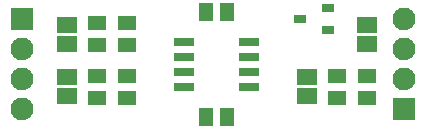
<source format=gts>
G04 Layer_Color=8388736*
%FSLAX24Y24*%
%MOIN*%
G70*
G01*
G75*
%ADD23R,0.0434X0.0316*%
%ADD24R,0.0612X0.0454*%
%ADD25R,0.0651X0.0533*%
%ADD26R,0.0651X0.0316*%
%ADD27R,0.0454X0.0612*%
%ADD28R,0.0760X0.0760*%
%ADD29C,0.0760*%
D23*
X10297Y4000D02*
D03*
X11203Y4374D02*
D03*
Y3626D02*
D03*
D24*
X4500Y3136D02*
D03*
Y3864D02*
D03*
Y2114D02*
D03*
Y1386D02*
D03*
X3500Y3136D02*
D03*
Y3864D02*
D03*
Y1386D02*
D03*
Y2114D02*
D03*
X12500Y1386D02*
D03*
Y2114D02*
D03*
X11500Y1386D02*
D03*
Y2114D02*
D03*
D25*
X2500Y3815D02*
D03*
Y3185D02*
D03*
Y2065D02*
D03*
Y1435D02*
D03*
X10500Y1435D02*
D03*
Y2065D02*
D03*
X12500Y3815D02*
D03*
Y3185D02*
D03*
D26*
X8573Y1750D02*
D03*
Y2250D02*
D03*
Y2750D02*
D03*
Y3250D02*
D03*
X6427Y1750D02*
D03*
Y2250D02*
D03*
Y2750D02*
D03*
Y3250D02*
D03*
D27*
X7864Y4250D02*
D03*
X7136D02*
D03*
Y750D02*
D03*
X7864D02*
D03*
D28*
X13750Y1000D02*
D03*
X1000Y4000D02*
D03*
D29*
X13750D02*
D03*
Y3000D02*
D03*
Y2000D02*
D03*
X1000Y1000D02*
D03*
Y2000D02*
D03*
Y3000D02*
D03*
M02*

</source>
